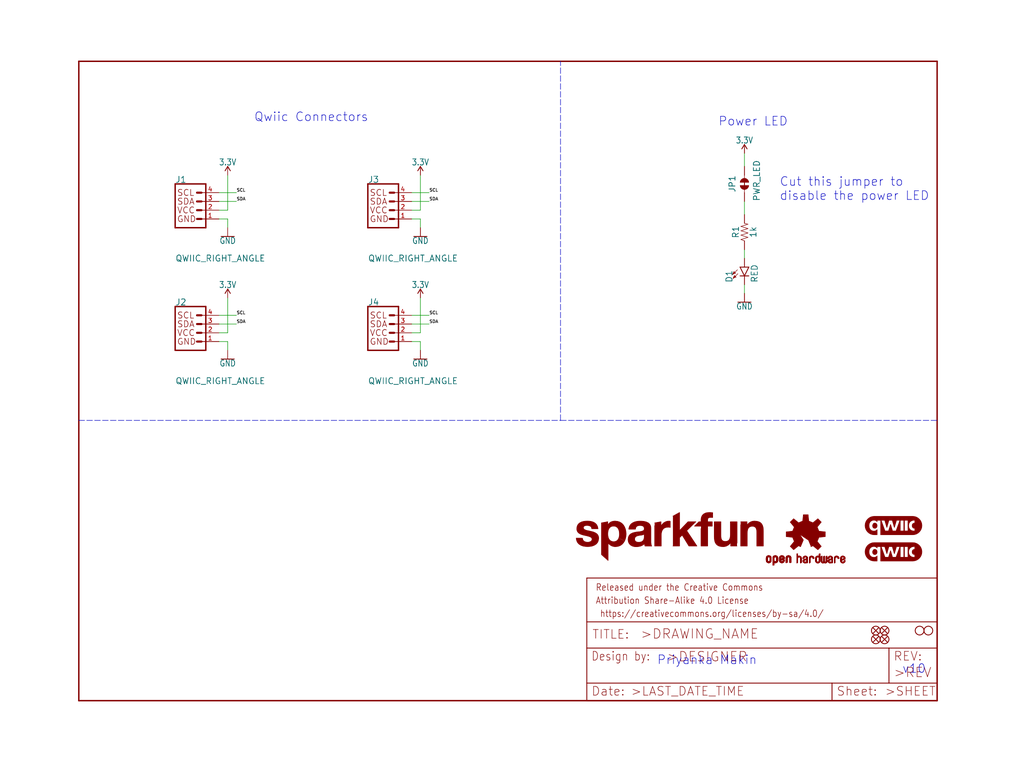
<source format=kicad_sch>
(kicad_sch (version 20211123) (generator eeschema)
  (paper "User" 297.002 223.926)
  (lib_symbols
    (symbol "eagleSchem-eagle-import:1KOHM-0603-1{slash}10W-1%"
      (property "Reference" "R" (at 0 1.524 0))
      (property "Value" "1KOHM-0603-1{slash}10W-1%" (at 0 -1.524 0))
      (symbol "1KOHM-0603-1{slash}10W-1%_1_0"
        (pin passive line (at -5.08 0 0) (length 2.54) (name "1") (number "1"))
        (pin passive line (at 5.08 0 180) (length 2.54) (name "2") (number "2"))
      )
    )
    (symbol "eagleSchem-eagle-import:3.3V" (power)
      (property "Value" "3.3V" (at 0 2.794 0))
      (symbol "3.3V_1_0"
        (pin power_in line (at 0 0 90) (length 2.54) (name "3.3V") (number "1"))
      )
    )
    (symbol "eagleSchem-eagle-import:FIDUCIALUFIDUCIAL")
    (symbol "eagleSchem-eagle-import:FRAME-LETTER"
      (symbol "FRAME-LETTER_2_0"
        (text " https://creativecommons.org/licenses/by-sa/4.0/" (at 2.54 24.13 0) (effects (font (size 1.9304 1.6408)) (justify left bottom)))
        (text ">DESIGNER" (at 23.114 11.176 0) (effects (font (size 2.7432 2.7432)) (justify left bottom)))
        (text ">DRAWING_NAME" (at 15.494 17.78 0) (effects (font (size 2.7432 2.7432)) (justify left bottom)))
        (text ">LAST_DATE_TIME" (at 12.7 1.27 0) (effects (font (size 2.54 2.54)) (justify left bottom)))
        (text ">REV" (at 88.9 6.604 0) (effects (font (size 2.7432 2.7432)) (justify left bottom)))
        (text ">SHEET" (at 86.36 1.27 0) (effects (font (size 2.54 2.54)) (justify left bottom)))
        (text "Attribution Share-Alike 4.0 License" (at 2.54 27.94 0) (effects (font (size 1.9304 1.6408)) (justify left bottom)))
        (text "Date:" (at 1.27 1.27 0) (effects (font (size 2.54 2.54)) (justify left bottom)))
        (text "Design by:" (at 1.27 11.43 0) (effects (font (size 2.54 2.159)) (justify left bottom)))
        (text "Released under the Creative Commons" (at 2.54 31.75 0) (effects (font (size 1.9304 1.6408)) (justify left bottom)))
        (text "REV:" (at 88.9 11.43 0) (effects (font (size 2.54 2.54)) (justify left bottom)))
        (text "Sheet:" (at 72.39 1.27 0) (effects (font (size 2.54 2.54)) (justify left bottom)))
        (text "TITLE:" (at 1.524 17.78 0) (effects (font (size 2.54 2.54)) (justify left bottom)))
      )
    )
    (symbol "eagleSchem-eagle-import:GND" (power)
      (property "Value" "GND" (at 0 -0.254 0))
      (symbol "GND_1_0"
        (pin power_in line (at 0 2.54 270) (length 2.54) (name "GND") (number "1"))
      )
    )
    (symbol "eagleSchem-eagle-import:JUMPER-SMT_2_NC_TRACE_SILK"
      (property "Reference" "JP" (at -2.54 2.54 0))
      (property "Value" "JUMPER-SMT_2_NC_TRACE_SILK" (at -2.54 -2.54 0))
      (symbol "JUMPER-SMT_2_NC_TRACE_SILK_1_0"
        (pin passive line (at -5.08 0 0) (length 2.54) (name "1") (number "1"))
        (pin passive line (at 5.08 0 180) (length 2.54) (name "2") (number "2"))
      )
    )
    (symbol "eagleSchem-eagle-import:LED-RED0603"
      (property "Reference" "D" (at -3.429 -4.572 90))
      (property "Value" "LED-RED0603" (at 1.905 -4.572 90))
      (symbol "LED-RED0603_1_0"
        (pin passive line (at 0 2.54 270) (length 2.54) (name "A") (number "A"))
        (pin passive line (at 0 -5.08 90) (length 2.54) (name "C") (number "C"))
      )
    )
    (symbol "eagleSchem-eagle-import:OSHW-LOGOS")
    (symbol "eagleSchem-eagle-import:QWIIC_CONNECTORJS-1MM"
      (property "Reference" "J" (at -5.08 7.874 0))
      (property "Value" "QWIIC_CONNECTORJS-1MM" (at -5.08 -5.334 0))
      (symbol "QWIIC_CONNECTORJS-1MM_1_0"
        (text "GND" (at -4.572 -2.54 0) (effects (font (size 1.778 1.778)) (justify left)))
        (text "SCL" (at -4.572 5.08 0) (effects (font (size 1.778 1.778)) (justify left)))
        (text "SDA" (at -4.572 2.54 0) (effects (font (size 1.778 1.778)) (justify left)))
        (text "VCC" (at -4.572 0 0) (effects (font (size 1.778 1.778)) (justify left)))
        (pin power_in line (at 7.62 -2.54 180) (length 5.08) (name "1") (number "1"))
        (pin power_in line (at 7.62 0 180) (length 5.08) (name "2") (number "2"))
        (pin passive line (at 7.62 2.54 180) (length 5.08) (name "3") (number "3"))
        (pin passive line (at 7.62 5.08 180) (length 5.08) (name "4") (number "4"))
      )
    )
    (symbol "eagleSchem-eagle-import:QWIIC_LOGO_5MM")
    (symbol "eagleSchem-eagle-import:SFE_LOGO_NAME.2_INCH")
    (symbol "eagleSchem-eagle-import:STAND-OFFTIGHT")
  )
  (wire (pts (xy 119.38 60.96) (xy 121.92 60.96)))
  (wire (pts (xy 215.9 74.93) (xy 215.9 72.39)))
  (wire (pts (xy 66.04 63.5) (xy 66.04 66.04)))
  (wire (pts (xy 215.9 62.23) (xy 215.9 58.42)))
  (wire (pts (xy 121.92 60.96) (xy 121.92 50.8)))
  (wire (pts (xy 121.92 99.06) (xy 121.92 101.6)))
  (polyline (pts (xy 162.56 121.92) (xy 271.78 121.92)))
  (wire (pts (xy 119.38 99.06) (xy 121.92 99.06)))
  (wire (pts (xy 119.38 58.42) (xy 124.46 58.42)))
  (polyline (pts (xy 162.56 121.92) (xy 162.56 17.78)))
  (wire (pts (xy 119.38 91.44) (xy 124.46 91.44)))
  (wire (pts (xy 119.38 63.5) (xy 121.92 63.5)))
  (polyline (pts (xy 22.86 121.92) (xy 162.56 121.92)))
  (wire (pts (xy 119.38 55.88) (xy 124.46 55.88)))
  (wire (pts (xy 63.5 93.98) (xy 68.58 93.98)))
  (wire (pts (xy 66.04 60.96) (xy 66.04 50.8)))
  (wire (pts (xy 66.04 99.06) (xy 66.04 101.6)))
  (wire (pts (xy 119.38 96.52) (xy 121.92 96.52)))
  (wire (pts (xy 63.5 58.42) (xy 68.58 58.42)))
  (wire (pts (xy 215.9 85.09) (xy 215.9 82.55)))
  (wire (pts (xy 63.5 99.06) (xy 66.04 99.06)))
  (wire (pts (xy 63.5 55.88) (xy 68.58 55.88)))
  (wire (pts (xy 63.5 60.96) (xy 66.04 60.96)))
  (wire (pts (xy 119.38 93.98) (xy 124.46 93.98)))
  (wire (pts (xy 63.5 96.52) (xy 66.04 96.52)))
  (wire (pts (xy 121.92 96.52) (xy 121.92 86.36)))
  (wire (pts (xy 66.04 96.52) (xy 66.04 86.36)))
  (wire (pts (xy 215.9 48.26) (xy 215.9 44.45)))
  (wire (pts (xy 121.92 63.5) (xy 121.92 66.04)))
  (wire (pts (xy 63.5 63.5) (xy 66.04 63.5)))
  (wire (pts (xy 63.5 91.44) (xy 68.58 91.44)))
  (text "Cut this jumper to\ndisable the power LED" (at 226.06 58.42 180) (effects (font (size 2.54 2.54)) (justify left bottom)))
  (text "Power LED" (at 208.28 36.83 180) (effects (font (size 2.54 2.54)) (justify left bottom)))
  (text "Priyanka Makin" (at 190.5 193.04 180) (effects (font (size 2.54 2.54)) (justify left bottom)))
  (text "v10" (at 261.62 195.58 180) (effects (font (size 2.54 2.54)) (justify left bottom)))
  (text "Qwiic Connectors" (at 73.66 35.56 180) (effects (font (size 2.54 2.54)) (justify left bottom)))
  (label "SDA" (at 124.46 93.98 0) (effects (font (size 0.889 0.889))))
  (label "SCL" (at 124.46 55.88 0) (effects (font (size 0.889 0.889))))
  (label "SDA" (at 68.58 58.42 0) (effects (font (size 0.889 0.889))))
  (label "SDA" (at 124.46 58.42 0) (effects (font (size 0.889 0.889))))
  (label "SDA" (at 68.58 93.98 0) (effects (font (size 0.889 0.889))))
  (label "SCL" (at 124.46 91.44 0) (effects (font (size 0.889 0.889))))
  (label "SCL" (at 68.58 55.88 0) (effects (font (size 0.889 0.889))))
  (label "SCL" (at 68.58 91.44 0) (effects (font (size 0.889 0.889))))
  (symbol (lib_id "eagleSchem-eagle-import:OSHW-LOGOS") (at 233.68 154.94 0) (unit 1)
    (property "Reference" "LOGO3" (effects hide))
    (property "Value" "OSHW-LOGOS" (effects hide))
    (property "Footprint" "eagleSchem:OSHW-LOGO-S" (effects hide))
  )
  (symbol (lib_id "eagleSchem-eagle-import:FIDUCIALUFIDUCIAL") (at 256.54 185.42 0) (unit 1)
    (property "Reference" "FD3" (effects hide))
    (property "Value" "FIDUCIALUFIDUCIAL" (effects hide))
    (property "Footprint" "eagleSchem:FIDUCIAL-MICRO" (effects hide))
  )
  (symbol (lib_id "eagleSchem-eagle-import:3.3V") (at 66.04 50.8 0) (unit 1)
    (property "Reference" "#SUPPLY1" (effects hide))
    (property "Value" "3.3V" (at 66.04 48.006 0) (effects (font (size 1.778 1.5113)) (justify bottom)))
    (property "Footprint" "eagleSchem:" (effects hide))
  )
  (symbol (lib_id "eagleSchem-eagle-import:FIDUCIALUFIDUCIAL") (at 254 182.88 0) (unit 1)
    (property "Reference" "FD1" (effects hide))
    (property "Value" "FIDUCIALUFIDUCIAL" (effects hide))
    (property "Footprint" "eagleSchem:FIDUCIAL-MICRO" (effects hide))
  )
  (symbol (lib_id "eagleSchem-eagle-import:FRAME-LETTER") (at 22.86 203.2 0) (unit 1)
    (property "Reference" "FRAME1" (effects hide))
    (property "Value" "FRAME-LETTER" (effects hide))
    (property "Footprint" "eagleSchem:CREATIVE_COMMONS" (effects hide))
  )
  (symbol (lib_id "eagleSchem-eagle-import:GND") (at 66.04 104.14 0) (unit 1)
    (property "Reference" "#GND1" (effects hide))
    (property "Value" "GND" (at 66.04 104.394 0) (effects (font (size 1.778 1.5113)) (justify top)))
    (property "Footprint" "eagleSchem:" (effects hide))
  )
  (symbol (lib_id "eagleSchem-eagle-import:SFE_LOGO_NAME.2_INCH") (at 165.1 162.56 0) (unit 1)
    (property "Reference" "LOGO4" (effects hide))
    (property "Value" "SFE_LOGO_NAME.2_INCH" (effects hide))
    (property "Footprint" "eagleSchem:SFE_LOGO_NAME_.2" (effects hide))
  )
  (symbol (lib_id "eagleSchem-eagle-import:GND") (at 66.04 68.58 0) (unit 1)
    (property "Reference" "#GND4" (effects hide))
    (property "Value" "GND" (at 66.04 68.834 0) (effects (font (size 1.778 1.5113)) (justify top)))
    (property "Footprint" "eagleSchem:" (effects hide))
  )
  (symbol (lib_id "eagleSchem-eagle-import:GND") (at 121.92 104.14 0) (unit 1)
    (property "Reference" "#GND2" (effects hide))
    (property "Value" "GND" (at 121.92 104.394 0) (effects (font (size 1.778 1.5113)) (justify top)))
    (property "Footprint" "eagleSchem:" (effects hide))
  )
  (symbol (lib_id "eagleSchem-eagle-import:FIDUCIALUFIDUCIAL") (at 254 185.42 0) (unit 1)
    (property "Reference" "FD4" (effects hide))
    (property "Value" "FIDUCIALUFIDUCIAL" (effects hide))
    (property "Footprint" "eagleSchem:FIDUCIAL-MICRO" (effects hide))
  )
  (symbol (lib_id "eagleSchem-eagle-import:3.3V") (at 66.04 86.36 0) (unit 1)
    (property "Reference" "#SUPPLY3" (effects hide))
    (property "Value" "3.3V" (at 66.04 83.566 0) (effects (font (size 1.778 1.5113)) (justify bottom)))
    (property "Footprint" "eagleSchem:" (effects hide))
  )
  (symbol (lib_id "eagleSchem-eagle-import:QWIIC_CONNECTORJS-1MM") (at 55.88 96.52 0) (unit 1)
    (property "Reference" "J2" (at 50.8 88.646 0) (effects (font (size 1.778 1.778)) (justify left bottom)))
    (property "Value" "QWIIC_RIGHT_ANGLE" (at 50.8 109.474 0) (effects (font (size 1.778 1.778)) (justify left top)))
    (property "Footprint" "eagleSchem:JST04_1MM_RA" (effects hide))
  )
  (symbol (lib_id "eagleSchem-eagle-import:LED-RED0603") (at 215.9 77.47 0) (unit 1)
    (property "Reference" "D1" (at 212.471 82.042 90) (effects (font (size 1.778 1.778)) (justify left bottom)))
    (property "Value" "RED" (at 217.805 82.042 90) (effects (font (size 1.778 1.778)) (justify left top)))
    (property "Footprint" "eagleSchem:LED-0603" (effects hide))
  )
  (symbol (lib_id "eagleSchem-eagle-import:JUMPER-SMT_2_NC_TRACE_SILK") (at 215.9 53.34 90) (unit 1)
    (property "Reference" "JP1" (at 213.36 55.88 0) (effects (font (size 1.778 1.778)) (justify left bottom)))
    (property "Value" "PWR_LED" (at 218.44 58.42 0) (effects (font (size 1.778 1.778)) (justify left top)))
    (property "Footprint" "eagleSchem:SMT-JUMPER_2_NC_TRACE_SILK" (effects hide))
  )
  (symbol (lib_id "eagleSchem-eagle-import:GND") (at 121.92 68.58 0) (unit 1)
    (property "Reference" "#GND3" (effects hide))
    (property "Value" "GND" (at 121.92 68.834 0) (effects (font (size 1.778 1.5113)) (justify top)))
    (property "Footprint" "eagleSchem:" (effects hide))
  )
  (symbol (lib_id "eagleSchem-eagle-import:STAND-OFFTIGHT") (at 269.24 182.88 0) (unit 1)
    (property "Reference" "H2" (effects hide))
    (property "Value" "STAND-OFFTIGHT" (effects hide))
    (property "Footprint" "eagleSchem:STAND-OFF-TIGHT" (effects hide))
  )
  (symbol (lib_id "eagleSchem-eagle-import:GND") (at 215.9 87.63 0) (unit 1)
    (property "Reference" "#GND5" (effects hide))
    (property "Value" "GND" (at 215.9 87.884 0) (effects (font (size 1.778 1.5113)) (justify top)))
    (property "Footprint" "eagleSchem:" (effects hide))
  )
  (symbol (lib_id "eagleSchem-eagle-import:3.3V") (at 215.9 44.45 0) (unit 1)
    (property "Reference" "#SUPPLY5" (effects hide))
    (property "Value" "3.3V" (at 215.9 41.656 0) (effects (font (size 1.778 1.5113)) (justify bottom)))
    (property "Footprint" "eagleSchem:" (effects hide))
  )
  (symbol (lib_id "eagleSchem-eagle-import:FIDUCIALUFIDUCIAL") (at 256.54 182.88 0) (unit 1)
    (property "Reference" "FD2" (effects hide))
    (property "Value" "FIDUCIALUFIDUCIAL" (effects hide))
    (property "Footprint" "eagleSchem:FIDUCIAL-MICRO" (effects hide))
  )
  (symbol (lib_id "eagleSchem-eagle-import:1KOHM-0603-1{slash}10W-1%") (at 215.9 67.31 90) (unit 1)
    (property "Reference" "R1" (at 214.376 67.31 0) (effects (font (size 1.778 1.778)) (justify bottom)))
    (property "Value" "1k" (at 217.424 67.31 0) (effects (font (size 1.778 1.778)) (justify top)))
    (property "Footprint" "eagleSchem:0603" (effects hide))
  )
  (symbol (lib_id "eagleSchem-eagle-import:QWIIC_CONNECTORJS-1MM") (at 111.76 60.96 0) (unit 1)
    (property "Reference" "J3" (at 106.68 53.086 0) (effects (font (size 1.778 1.778)) (justify left bottom)))
    (property "Value" "QWIIC_RIGHT_ANGLE" (at 106.68 73.914 0) (effects (font (size 1.778 1.778)) (justify left top)))
    (property "Footprint" "eagleSchem:JST04_1MM_RA" (effects hide))
  )
  (symbol (lib_id "eagleSchem-eagle-import:QWIIC_CONNECTORJS-1MM") (at 55.88 60.96 0) (unit 1)
    (property "Reference" "J1" (at 50.8 53.086 0) (effects (font (size 1.778 1.778)) (justify left bottom)))
    (property "Value" "QWIIC_RIGHT_ANGLE" (at 50.8 73.914 0) (effects (font (size 1.778 1.778)) (justify left top)))
    (property "Footprint" "eagleSchem:JST04_1MM_RA" (effects hide))
  )
  (symbol (lib_id "eagleSchem-eagle-import:3.3V") (at 121.92 50.8 0) (unit 1)
    (property "Reference" "#SUPPLY2" (effects hide))
    (property "Value" "3.3V" (at 121.92 48.006 0) (effects (font (size 1.778 1.5113)) (justify bottom)))
    (property "Footprint" "eagleSchem:" (effects hide))
  )
  (symbol (lib_id "eagleSchem-eagle-import:3.3V") (at 121.92 86.36 0) (unit 1)
    (property "Reference" "#SUPPLY4" (effects hide))
    (property "Value" "3.3V" (at 121.92 83.566 0) (effects (font (size 1.778 1.5113)) (justify bottom)))
    (property "Footprint" "eagleSchem:" (effects hide))
  )
  (symbol (lib_id "eagleSchem-eagle-import:STAND-OFFTIGHT") (at 266.7 182.88 0) (unit 1)
    (property "Reference" "H1" (effects hide))
    (property "Value" "STAND-OFFTIGHT" (effects hide))
    (property "Footprint" "eagleSchem:STAND-OFF-TIGHT" (effects hide))
  )
  (symbol (lib_id "eagleSchem-eagle-import:QWIIC_LOGO_5MM") (at 259.08 160.02 0) (unit 1)
    (property "Reference" "LOGO1" (effects hide))
    (property "Value" "QWIIC_LOGO_5MM" (effects hide))
    (property "Footprint" "eagleSchem:QWIIC_5MM" (effects hide))
  )
  (symbol (lib_id "eagleSchem-eagle-import:QWIIC_LOGO_5MM") (at 259.08 152.4 0) (unit 1)
    (property "Reference" "LOGO2" (effects hide))
    (property "Value" "QWIIC_LOGO_5MM" (effects hide))
    (property "Footprint" "eagleSchem:QWIIC_5MM" (effects hide))
  )
  (symbol (lib_id "eagleSchem-eagle-import:FRAME-LETTER") (at 170.18 203.2 0) (unit 2)
    (property "Reference" "FRAME1" (effects hide))
    (property "Value" "FRAME-LETTER" (effects hide))
    (property "Footprint" "eagleSchem:CREATIVE_COMMONS" (effects hide))
  )
  (symbol (lib_id "eagleSchem-eagle-import:QWIIC_CONNECTORJS-1MM") (at 111.76 96.52 0) (unit 1)
    (property "Reference" "J4" (at 106.68 88.646 0) (effects (font (size 1.778 1.778)) (justify left bottom)))
    (property "Value" "QWIIC_RIGHT_ANGLE" (at 106.68 109.474 0) (effects (font (size 1.778 1.778)) (justify left top)))
    (property "Footprint" "eagleSchem:JST04_1MM_RA" (effects hide))
  )
)
</source>
